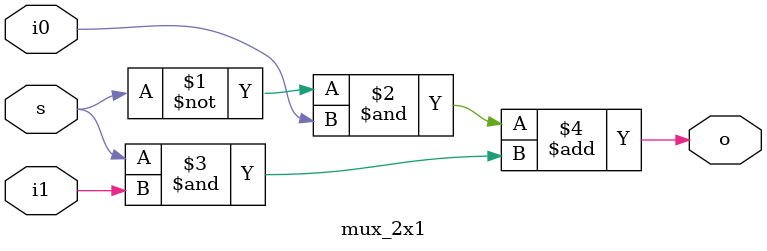
<source format=sv>

`timescale 1ns/1ps
module mux_2x1(
    input  logic i0,
    input  logic i1,
    input  logic s,
    output logic o
);
    assign o = ((~s) & i0) + (s & i1);

initial begin
    $dumpfile("dump.vcd");
    $dumpvars;
end
endmodule
</source>
